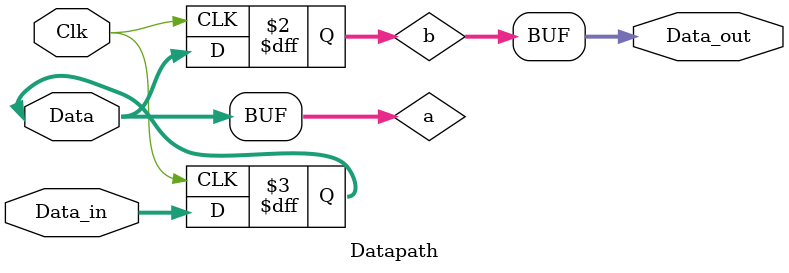
<source format=sv>
module Datapath(input logic Clk,
					 input logic [15:0] Data_in,
					 output logic  [15:0] Data_out,
					 inout wire [15:0] Data );
 
 wire [15:0] b, a;
 
 assign Data  = a;
 assign Data_out = b;
 always_ff @(posedge Clk)
 begin
	b <= Data;
	a <= Data_in;
 end
			 					 
endmodule
</source>
